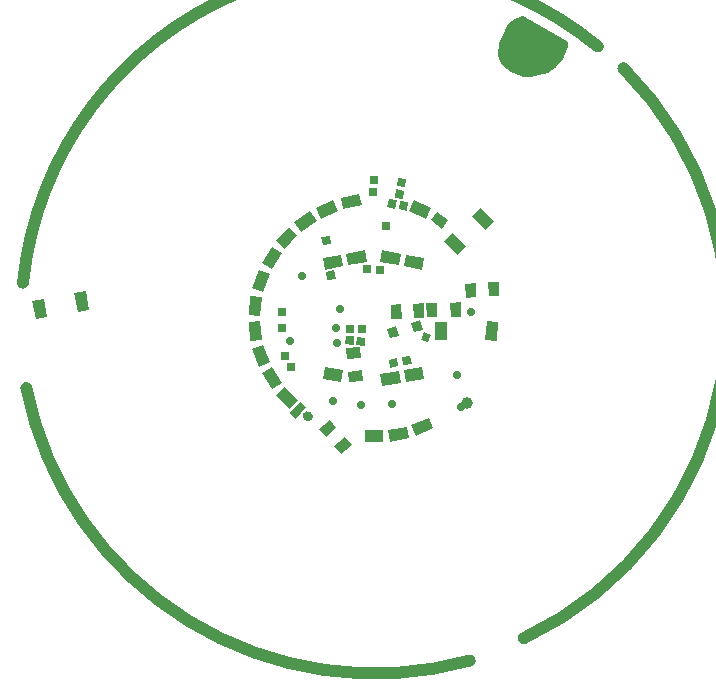
<source format=gbr>
%TF.GenerationSoftware,KiCad,Pcbnew,(5.1.9)-1*%
%TF.CreationDate,2021-06-08T21:22:11+02:00*%
%TF.ProjectId,Stonehenge,53746f6e-6568-4656-9e67-652e6b696361,rev?*%
%TF.SameCoordinates,Original*%
%TF.FileFunction,Copper,L1,Top*%
%TF.FilePolarity,Positive*%
%FSLAX46Y46*%
G04 Gerber Fmt 4.6, Leading zero omitted, Abs format (unit mm)*
G04 Created by KiCad (PCBNEW (5.1.9)-1) date 2021-06-08 21:22:11*
%MOMM*%
%LPD*%
G01*
G04 APERTURE LIST*
%TA.AperFunction,NonConductor*%
%ADD10C,1.000000*%
%TD*%
%TA.AperFunction,SMDPad,CuDef*%
%ADD11C,0.100000*%
%TD*%
%TA.AperFunction,SMDPad,CuDef*%
%ADD12C,0.700000*%
%TD*%
%TA.AperFunction,SMDPad,CuDef*%
%ADD13C,1.000000*%
%TD*%
%TA.AperFunction,SMDPad,CuDef*%
%ADD14R,0.700000X0.700000*%
%TD*%
%TA.AperFunction,SMDPad,CuDef*%
%ADD15R,1.000000X1.600000*%
%TD*%
%TA.AperFunction,SMDPad,CuDef*%
%ADD16R,1.600000X1.000000*%
%TD*%
%TA.AperFunction,NonConductor*%
%ADD17C,0.254000*%
%TD*%
%TA.AperFunction,NonConductor*%
%ADD18C,0.100000*%
%TD*%
G04 APERTURE END LIST*
D10*
X111144681Y-101988671D02*
G75*
G02*
X73600001Y-78899999I-8044681J28988671D01*
G01*
X124154223Y-51829292D02*
G75*
G02*
X115700000Y-100100000I-21154223J-21170708D01*
G01*
X73318356Y-70000019D02*
G75*
G02*
X121999999Y-50000001I29681644J-2999981D01*
G01*
%TA.AperFunction,SMDPad,CuDef*%
D11*
%TO.P,REF\u002A\u002A,2*%
%TO.N,N/C*%
G36*
X77946515Y-72474670D02*
G01*
X77668678Y-70898978D01*
X78653485Y-70725330D01*
X78931322Y-72301022D01*
X77946515Y-72474670D01*
G37*
%TD.AperFunction*%
%TA.AperFunction,SMDPad,CuDef*%
%TO.P,REF\u002A\u002A,1*%
G36*
X74401207Y-73099804D02*
G01*
X74123370Y-71524112D01*
X75108177Y-71350464D01*
X75386014Y-72926156D01*
X74401207Y-73099804D01*
G37*
%TD.AperFunction*%
%TD*%
D12*
%TO.P,U1,74*%
%TO.N,N/C*%
X110080000Y-77830000D03*
%TO.P,U1,73*%
X104540000Y-80290000D03*
%TO.P,U1,72*%
X101960000Y-80350000D03*
%TO.P,U1,71*%
X99600000Y-80040000D03*
%TO.P,U1,70*%
X96980000Y-69430000D03*
%TO.P,U1,69*%
X110380000Y-80530000D03*
D13*
X110940000Y-80150000D03*
%TA.AperFunction,SMDPad,CuDef*%
D11*
%TO.P,U1,68*%
G36*
X95924072Y-81052953D02*
G01*
X96759696Y-80057095D01*
X97295928Y-80507047D01*
X96460304Y-81502905D01*
X95924072Y-81052953D01*
G37*
%TD.AperFunction*%
%TO.P,U1,67*%
%TA.AperFunction,SMDPad,CuDef*%
G36*
G01*
X97040289Y-81075000D02*
X97040289Y-81075000D01*
G75*
G02*
X97586699Y-80928590I346410J-200000D01*
G01*
X97673301Y-80978590D01*
G75*
G02*
X97819711Y-81525000I-200000J-346410D01*
G01*
X97819711Y-81525000D01*
G75*
G02*
X97273301Y-81671410I-346410J200000D01*
G01*
X97186699Y-81621410D01*
G75*
G02*
X97040289Y-81075000I200000J346410D01*
G01*
G37*
%TD.AperFunction*%
%TA.AperFunction,SMDPad,CuDef*%
%TO.P,U1,66*%
G36*
X99858881Y-82309047D02*
G01*
X98939628Y-83080393D01*
X98361119Y-82390953D01*
X99280372Y-81619607D01*
X99858881Y-82309047D01*
G37*
%TD.AperFunction*%
%TA.AperFunction,SMDPad,CuDef*%
%TO.P,U1,65*%
G36*
X101138881Y-83709047D02*
G01*
X100219628Y-84480393D01*
X99641119Y-83790953D01*
X100560372Y-83019607D01*
X101138881Y-83709047D01*
G37*
%TD.AperFunction*%
D12*
%TO.P,U1,64*%
X111230000Y-72470000D03*
D14*
%TO.P,U1,63*%
X96030000Y-77110000D03*
D12*
%TO.P,U1,62*%
X95920000Y-74950000D03*
D14*
%TO.P,U1,61*%
X95490000Y-76230000D03*
%TO.P,U1,60*%
X95270000Y-73850000D03*
%TO.P,U1,59*%
X95280000Y-72430000D03*
D12*
%TO.P,U1,58*%
X100150000Y-72200000D03*
%TO.P,U1,57*%
X99850000Y-73790000D03*
%TO.P,U1,56*%
X99940000Y-75060000D03*
%TA.AperFunction,SMDPad,CuDef*%
D11*
%TO.P,U1,55*%
G36*
X104932843Y-73690102D02*
G01*
X105139898Y-74462843D01*
X104367157Y-74669898D01*
X104160102Y-73897157D01*
X104932843Y-73690102D01*
G37*
%TD.AperFunction*%
%TA.AperFunction,SMDPad,CuDef*%
%TO.P,U1,54*%
G36*
X106962843Y-73180102D02*
G01*
X107169898Y-73952843D01*
X106397157Y-74159898D01*
X106190102Y-73387157D01*
X106962843Y-73180102D01*
G37*
%TD.AperFunction*%
%TA.AperFunction,SMDPad,CuDef*%
%TO.P,U1,53*%
G36*
X104965460Y-63026094D02*
G01*
X104843906Y-63715460D01*
X104154540Y-63593906D01*
X104276094Y-62904540D01*
X104965460Y-63026094D01*
G37*
%TD.AperFunction*%
%TA.AperFunction,SMDPad,CuDef*%
%TO.P,U1,52*%
G36*
X105935460Y-63196094D02*
G01*
X105813906Y-63885460D01*
X105124540Y-63763906D01*
X105246094Y-63074540D01*
X105935460Y-63196094D01*
G37*
%TD.AperFunction*%
D14*
%TO.P,U1,51*%
X103000000Y-61320000D03*
%TO.P,U1,50*%
X102990000Y-62330000D03*
%TA.AperFunction,SMDPad,CuDef*%
D11*
%TO.P,U1,49*%
G36*
X105663906Y-61915460D02*
G01*
X104974540Y-61793906D01*
X105096094Y-61104540D01*
X105785460Y-61226094D01*
X105663906Y-61915460D01*
G37*
%TD.AperFunction*%
%TA.AperFunction,SMDPad,CuDef*%
%TO.P,U1,48*%
G36*
X105493906Y-62905460D02*
G01*
X104804540Y-62783906D01*
X104926094Y-62094540D01*
X105615460Y-62216094D01*
X105493906Y-62905460D01*
G37*
%TD.AperFunction*%
D14*
%TO.P,U1,47*%
X104090000Y-65160000D03*
%TA.AperFunction,SMDPad,CuDef*%
D11*
%TO.P,U1,46*%
G36*
X99395460Y-66713906D02*
G01*
X98706094Y-66835460D01*
X98584540Y-66146094D01*
X99273906Y-66024540D01*
X99395460Y-66713906D01*
G37*
%TD.AperFunction*%
%TA.AperFunction,SMDPad,CuDef*%
%TO.P,U1,45*%
G36*
X106991401Y-74809185D02*
G01*
X107230815Y-74151401D01*
X107888599Y-74390815D01*
X107649185Y-75048599D01*
X106991401Y-74809185D01*
G37*
%TD.AperFunction*%
%TA.AperFunction,SMDPad,CuDef*%
%TO.P,U1,44*%
G36*
X105095460Y-77073906D02*
G01*
X104406094Y-77195460D01*
X104284540Y-76506094D01*
X104973906Y-76384540D01*
X105095460Y-77073906D01*
G37*
%TD.AperFunction*%
%TA.AperFunction,SMDPad,CuDef*%
%TO.P,U1,43*%
G36*
X106215460Y-76873906D02*
G01*
X105526094Y-76995460D01*
X105404540Y-76306094D01*
X106093906Y-76184540D01*
X106215460Y-76873906D01*
G37*
%TD.AperFunction*%
%TA.AperFunction,SMDPad,CuDef*%
%TO.P,U1,42*%
G36*
X99785460Y-69643906D02*
G01*
X99096094Y-69765460D01*
X98974540Y-69076094D01*
X99663906Y-68954540D01*
X99785460Y-69643906D01*
G37*
%TD.AperFunction*%
D14*
%TO.P,U1,41*%
X103550000Y-68880000D03*
%TO.P,U1,40*%
X102450000Y-68870000D03*
%TO.P,U1,39*%
X102030000Y-73890000D03*
%TO.P,U1,38*%
X101040000Y-73890000D03*
%TA.AperFunction,SMDPad,CuDef*%
D11*
%TO.P,U1,37*%
G36*
X101550827Y-75268164D02*
G01*
X101611836Y-74570827D01*
X102309173Y-74631836D01*
X102248164Y-75329173D01*
X101550827Y-75268164D01*
G37*
%TD.AperFunction*%
%TA.AperFunction,SMDPad,CuDef*%
%TO.P,U1,36*%
G36*
X100620827Y-75178164D02*
G01*
X100681836Y-74480827D01*
X101379173Y-74541836D01*
X101318164Y-75239173D01*
X100620827Y-75178164D01*
G37*
%TD.AperFunction*%
%TA.AperFunction,SMDPad,CuDef*%
%TO.P,U1,35*%
G36*
X112762018Y-71152729D02*
G01*
X112699215Y-69954373D01*
X113597982Y-69907271D01*
X113660785Y-71105627D01*
X112762018Y-71152729D01*
G37*
%TD.AperFunction*%
%TA.AperFunction,SMDPad,CuDef*%
%TO.P,U1,34*%
G36*
X110812018Y-71262729D02*
G01*
X110749215Y-70064373D01*
X111647982Y-70017271D01*
X111710785Y-71215627D01*
X110812018Y-71262729D01*
G37*
%TD.AperFunction*%
%TA.AperFunction,SMDPad,CuDef*%
%TO.P,U1,1*%
%TO.N,Net-(U1-Pad1)*%
G36*
X92432178Y-72703378D02*
G01*
X92571627Y-71109466D01*
X93567822Y-71196622D01*
X93428373Y-72790534D01*
X92432178Y-72703378D01*
G37*
%TD.AperFunction*%
%TA.AperFunction,SMDPad,CuDef*%
%TO.P,U1,2*%
%TO.N,Net-(U1-Pad2)*%
G36*
X92571627Y-74890534D02*
G01*
X92432178Y-73296622D01*
X93428373Y-73209466D01*
X93567822Y-74803378D01*
X92571627Y-74890534D01*
G37*
%TD.AperFunction*%
%TA.AperFunction,SMDPad,CuDef*%
%TO.P,U1,3*%
%TO.N,Net-(U1-Pad3)*%
G36*
X93309904Y-77086048D02*
G01*
X92736515Y-75592320D01*
X93670096Y-75233952D01*
X94243485Y-76727680D01*
X93309904Y-77086048D01*
G37*
%TD.AperFunction*%
%TA.AperFunction,SMDPad,CuDef*%
%TO.P,U1,4*%
%TO.N,Net-(U1-Pad4)*%
G36*
X94389911Y-79003398D02*
G01*
X93542041Y-77646521D01*
X94390089Y-77116602D01*
X95237959Y-78473479D01*
X94389911Y-79003398D01*
G37*
%TD.AperFunction*%
%TA.AperFunction,SMDPad,CuDef*%
%TO.P,U1,5*%
%TO.N,Net-(U1-Pad5)*%
G36*
X95859922Y-80666082D02*
G01*
X94768724Y-79495916D01*
X95500078Y-78813918D01*
X96591276Y-79984084D01*
X95859922Y-80666082D01*
G37*
%TD.AperFunction*%
%TA.AperFunction,SMDPad,CuDef*%
%TO.P,U1,6*%
%TO.N,Net-(U1-Pad6)*%
G36*
X92716515Y-70417680D02*
G01*
X93289904Y-68923952D01*
X94223485Y-69282320D01*
X93650096Y-70776048D01*
X92716515Y-70417680D01*
G37*
%TD.AperFunction*%
%TA.AperFunction,SMDPad,CuDef*%
%TO.P,U1,7*%
%TO.N,Net-(U1-Pad7)*%
G36*
X93542041Y-68333479D02*
G01*
X94389911Y-66976602D01*
X95237959Y-67506521D01*
X94390089Y-68863398D01*
X93542041Y-68333479D01*
G37*
%TD.AperFunction*%
%TA.AperFunction,SMDPad,CuDef*%
%TO.P,U1,8*%
%TO.N,Net-(U1-Pad8)*%
G36*
X94738724Y-66434084D02*
G01*
X95829922Y-65263918D01*
X96561276Y-65945916D01*
X95470078Y-67116082D01*
X94738724Y-66434084D01*
G37*
%TD.AperFunction*%
%TA.AperFunction,SMDPad,CuDef*%
%TO.P,U1,9*%
%TO.N,N/C*%
G36*
X96288894Y-64865720D02*
G01*
X97583321Y-63925263D01*
X98171106Y-64734280D01*
X96876679Y-65674737D01*
X96288894Y-64865720D01*
G37*
%TD.AperFunction*%
%TA.AperFunction,SMDPad,CuDef*%
%TO.P,U1,10*%
G36*
X98153645Y-63654941D02*
G01*
X99603737Y-62978751D01*
X100026355Y-63885059D01*
X98576263Y-64561249D01*
X98153645Y-63654941D01*
G37*
%TD.AperFunction*%
%TA.AperFunction,SMDPad,CuDef*%
%TO.P,U1,11*%
G36*
X100213526Y-62777256D02*
G01*
X101778562Y-62444597D01*
X101986474Y-63422744D01*
X100421438Y-63755403D01*
X100213526Y-62777256D01*
G37*
%TD.AperFunction*%
%TA.AperFunction,SMDPad,CuDef*%
%TO.P,U1,12*%
G36*
X100444670Y-68603485D02*
G01*
X98868978Y-68881322D01*
X98695330Y-67896515D01*
X100271022Y-67618678D01*
X100444670Y-68603485D01*
G37*
%TD.AperFunction*%
%TA.AperFunction,SMDPad,CuDef*%
%TO.P,U1,13*%
G36*
X102434670Y-68243485D02*
G01*
X100858978Y-68521322D01*
X100685330Y-67536515D01*
X102261022Y-67258678D01*
X102434670Y-68243485D01*
G37*
%TD.AperFunction*%
%TA.AperFunction,SMDPad,CuDef*%
%TO.P,U1,14*%
G36*
X105141022Y-68521322D02*
G01*
X103565330Y-68243485D01*
X103738978Y-67258678D01*
X105314670Y-67536515D01*
X105141022Y-68521322D01*
G37*
%TD.AperFunction*%
%TA.AperFunction,SMDPad,CuDef*%
%TO.P,U1,15*%
G36*
X107131022Y-68881322D02*
G01*
X105555330Y-68603485D01*
X105728978Y-67618678D01*
X107304670Y-67896515D01*
X107131022Y-68881322D01*
G37*
%TD.AperFunction*%
D15*
%TO.P,U1,16*%
X108750000Y-74050000D03*
%TA.AperFunction,SMDPad,CuDef*%
D11*
%TO.P,U1,17*%
G36*
X105555330Y-77396515D02*
G01*
X107131022Y-77118678D01*
X107304670Y-78103485D01*
X105728978Y-78381322D01*
X105555330Y-77396515D01*
G37*
%TD.AperFunction*%
%TA.AperFunction,SMDPad,CuDef*%
%TO.P,U1,18*%
G36*
X103565330Y-77756515D02*
G01*
X105141022Y-77478678D01*
X105314670Y-78463485D01*
X103738978Y-78741322D01*
X103565330Y-77756515D01*
G37*
%TD.AperFunction*%
%TA.AperFunction,SMDPad,CuDef*%
%TO.P,U1,19*%
G36*
X98868978Y-77118678D02*
G01*
X100444670Y-77396515D01*
X100271022Y-78381322D01*
X98695330Y-78103485D01*
X98868978Y-77118678D01*
G37*
%TD.AperFunction*%
%TA.AperFunction,SMDPad,CuDef*%
%TO.P,U1,20*%
G36*
X105990706Y-83158166D02*
G01*
X104420103Y-83463461D01*
X104229294Y-82481834D01*
X105799897Y-82176539D01*
X105990706Y-83158166D01*
G37*
%TD.AperFunction*%
%TA.AperFunction,SMDPad,CuDef*%
%TO.P,U1,21*%
G36*
X108064205Y-82321383D02*
G01*
X106602532Y-82972162D01*
X106195795Y-82058617D01*
X107657468Y-81407838D01*
X108064205Y-82321383D01*
G37*
%TD.AperFunction*%
D16*
%TO.P,U1,22*%
X103000000Y-83000000D03*
%TA.AperFunction,SMDPad,CuDef*%
D11*
%TO.P,U1,23*%
G36*
X106386263Y-62998751D02*
G01*
X107836355Y-63674941D01*
X107413737Y-64581249D01*
X105963645Y-63905059D01*
X106386263Y-62998751D01*
G37*
%TD.AperFunction*%
%TA.AperFunction,SMDPad,CuDef*%
%TO.P,U1,24*%
G36*
X113567822Y-73296622D02*
G01*
X113428373Y-74890534D01*
X112432178Y-74803378D01*
X112571627Y-73209466D01*
X113567822Y-73296622D01*
G37*
%TD.AperFunction*%
%TA.AperFunction,SMDPad,CuDef*%
%TO.P,U1,25*%
G36*
X108369093Y-63993271D02*
G01*
X109339914Y-64698614D01*
X108810907Y-65426729D01*
X107840086Y-64721386D01*
X108369093Y-63993271D01*
G37*
%TD.AperFunction*%
%TA.AperFunction,SMDPad,CuDef*%
%TO.P,U1,26*%
G36*
X102106937Y-78315994D02*
G01*
X100911503Y-78420581D01*
X100833063Y-77524006D01*
X102028497Y-77419419D01*
X102106937Y-78315994D01*
G37*
%TD.AperFunction*%
%TA.AperFunction,SMDPad,CuDef*%
%TO.P,U1,27*%
G36*
X101906937Y-76325994D02*
G01*
X100711503Y-76430581D01*
X100633063Y-75534006D01*
X101828497Y-75429419D01*
X101906937Y-76325994D01*
G37*
%TD.AperFunction*%
%TA.AperFunction,SMDPad,CuDef*%
%TO.P,U1,28*%
G36*
X109531214Y-72885339D02*
G01*
X109489334Y-71686070D01*
X110388786Y-71654661D01*
X110430666Y-72853930D01*
X109531214Y-72885339D01*
G37*
%TD.AperFunction*%
%TA.AperFunction,SMDPad,CuDef*%
%TO.P,U1,29*%
G36*
X107501214Y-72935339D02*
G01*
X107459334Y-71736070D01*
X108358786Y-71704661D01*
X108400666Y-72903930D01*
X107501214Y-72935339D01*
G37*
%TD.AperFunction*%
%TA.AperFunction,SMDPad,CuDef*%
%TO.P,U1,30*%
G36*
X106411214Y-72975339D02*
G01*
X106369334Y-71776070D01*
X107268786Y-71744661D01*
X107310666Y-72943930D01*
X106411214Y-72975339D01*
G37*
%TD.AperFunction*%
%TA.AperFunction,SMDPad,CuDef*%
%TO.P,U1,31*%
G36*
X104481214Y-73055339D02*
G01*
X104439334Y-71856070D01*
X105338786Y-71824661D01*
X105380666Y-73023930D01*
X104481214Y-73055339D01*
G37*
%TD.AperFunction*%
%TA.AperFunction,SMDPad,CuDef*%
%TO.P,U1,32*%
G36*
X109730078Y-65763918D02*
G01*
X110821276Y-66934084D01*
X110089922Y-67616082D01*
X108998724Y-66445916D01*
X109730078Y-65763918D01*
G37*
%TD.AperFunction*%
%TA.AperFunction,SMDPad,CuDef*%
%TO.P,U1,33*%
G36*
X112080078Y-63643918D02*
G01*
X113171276Y-64814084D01*
X112439922Y-65496082D01*
X111348724Y-64325916D01*
X112080078Y-63643918D01*
G37*
%TD.AperFunction*%
%TD*%
D17*
X119273000Y-49574919D02*
X119273000Y-49975541D01*
X118889891Y-50933312D01*
X118313618Y-51605631D01*
X117647625Y-52081340D01*
X116286545Y-52373000D01*
X115624459Y-52373000D01*
X114662761Y-51988320D01*
X113905885Y-51420664D01*
X113629318Y-50683152D01*
X113724200Y-49734340D01*
X114502359Y-48080752D01*
X114959415Y-47715107D01*
X115584469Y-47536520D01*
X119273000Y-49574919D01*
%TA.AperFunction,NonConductor*%
D18*
G36*
X119273000Y-49574919D02*
G01*
X119273000Y-49975541D01*
X118889891Y-50933312D01*
X118313618Y-51605631D01*
X117647625Y-52081340D01*
X116286545Y-52373000D01*
X115624459Y-52373000D01*
X114662761Y-51988320D01*
X113905885Y-51420664D01*
X113629318Y-50683152D01*
X113724200Y-49734340D01*
X114502359Y-48080752D01*
X114959415Y-47715107D01*
X115584469Y-47536520D01*
X119273000Y-49574919D01*
G37*
%TD.AperFunction*%
M02*

</source>
